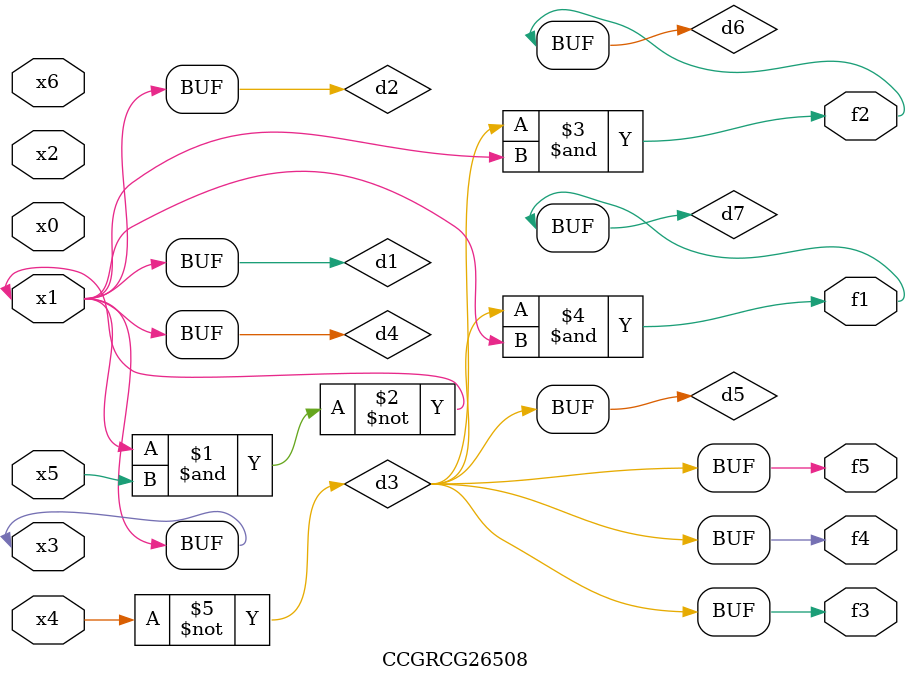
<source format=v>
module CCGRCG26508(
	input x0, x1, x2, x3, x4, x5, x6,
	output f1, f2, f3, f4, f5
);

	wire d1, d2, d3, d4, d5, d6, d7;

	buf (d1, x1, x3);
	nand (d2, x1, x5);
	not (d3, x4);
	buf (d4, d1, d2);
	buf (d5, d3);
	and (d6, d3, d4);
	and (d7, d3, d4);
	assign f1 = d7;
	assign f2 = d6;
	assign f3 = d5;
	assign f4 = d5;
	assign f5 = d5;
endmodule

</source>
